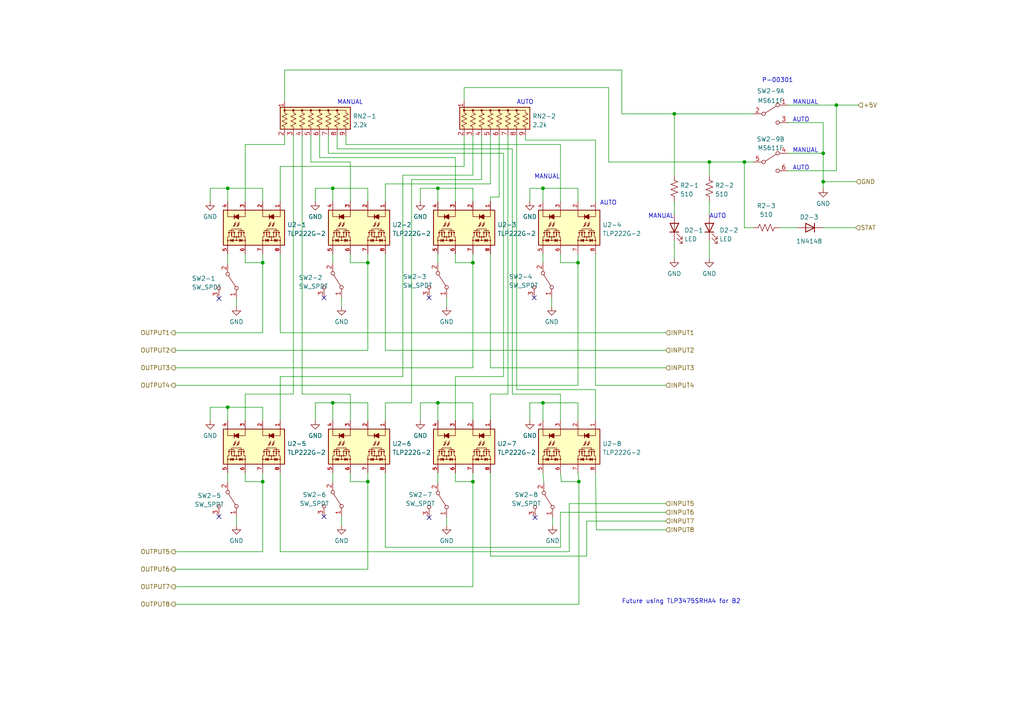
<source format=kicad_sch>
(kicad_sch (version 20230121) (generator eeschema)
  (paper "A4")
  (title_block (title "Relay Control AUTO/MANUAL") (date "2024-02-16") (rev "1.01") (company "LLC. YS-Lab"))
  (lib_symbols
    (symbol "Akizuki:TLP222G-2"
      (property "Reference" "U" (at 0 0 0))
      (property "Value" "TLP222G-2" (at 0 -2.54 0))
      (symbol "TLP222G-2_0_1"
        (rectangle (start -5.08 -5.08) (end 5.08 -22.86) (stroke (width 0.254)) (fill (type background)))
        (polyline (pts (xy -3.81 -19.685) (xy -2.54 -19.685)) (stroke (width 0.254)))
        (polyline (pts (xy -3.81 -9.525) (xy -2.54 -9.525)) (stroke (width 0.254)))
        (polyline (pts (xy 0.889 -19.685) (xy 0.889 -21.209)) (stroke (width 0.2032)))
        (polyline (pts (xy 0.889 -16.891) (xy 0.889 -18.415)) (stroke (width 0.2032)))
        (polyline (pts (xy 0.889 -9.525) (xy 0.889 -11.049)) (stroke (width 0.2032)))
        (polyline (pts (xy 0.889 -6.731) (xy 0.889 -8.255)) (stroke (width 0.2032)))
        (polyline (pts (xy 1.397 -19.558) (xy 1.397 -19.812)) (stroke (width 0.3556)))
        (polyline (pts (xy 1.397 -9.398) (xy 1.397 -9.652)) (stroke (width 0.3556)))
        (polyline (pts (xy 2.667 -19.05) (xy 3.683 -19.05)))
        (polyline (pts (xy 2.667 -8.89) (xy 3.683 -8.89)))
        (polyline (pts (xy 3.302 -20.701) (xy 4.064 -20.701)) (stroke (width 0.2032)))
        (polyline (pts (xy 3.302 -17.399) (xy 4.064 -17.399)) (stroke (width 0.2032)))
        (polyline (pts (xy 3.302 -10.541) (xy 4.064 -10.541)) (stroke (width 0.2032)))
        (polyline (pts (xy 3.302 -7.239) (xy 4.064 -7.239)) (stroke (width 0.2032)))
        (polyline (pts (xy 3.683 -19.05) (xy 3.683 -21.59)))
        (polyline (pts (xy 3.683 -19.05) (xy 3.683 -16.51)))
        (polyline (pts (xy 3.683 -8.89) (xy 3.683 -11.43)))
        (polyline (pts (xy 3.683 -8.89) (xy 3.683 -6.35)))
        (polyline (pts (xy -5.08 -16.51) (xy -3.175 -16.51) (xy -3.175 -18.415)))
        (polyline (pts (xy -5.08 -6.35) (xy -3.175 -6.35) (xy -3.175 -8.255)))
        (polyline (pts (xy -3.175 -19.685) (xy -3.175 -21.59) (xy -5.08 -21.59)))
        (polyline (pts (xy -3.175 -9.525) (xy -3.175 -11.43) (xy -5.08 -11.43)))
        (polyline (pts (xy 1.397 -21.082) (xy 1.397 -21.336) (xy 1.397 -21.336)) (stroke (width 0.3556)))
        (polyline (pts (xy 1.397 -20.32) (xy 1.397 -20.574) (xy 1.397 -20.574)) (stroke (width 0.3556)))
        (polyline (pts (xy 1.397 -18.288) (xy 1.397 -18.542) (xy 1.397 -18.542)) (stroke (width 0.3556)))
        (polyline (pts (xy 1.397 -17.526) (xy 1.397 -17.78) (xy 1.397 -17.78)) (stroke (width 0.3556)))
        (polyline (pts (xy 1.397 -16.764) (xy 1.397 -17.018) (xy 1.397 -17.018)) (stroke (width 0.3556)))
        (polyline (pts (xy 1.397 -10.922) (xy 1.397 -11.176) (xy 1.397 -11.176)) (stroke (width 0.3556)))
        (polyline (pts (xy 1.397 -10.16) (xy 1.397 -10.414) (xy 1.397 -10.414)) (stroke (width 0.3556)))
        (polyline (pts (xy 1.397 -8.128) (xy 1.397 -8.382) (xy 1.397 -8.382)) (stroke (width 0.3556)))
        (polyline (pts (xy 1.397 -7.366) (xy 1.397 -7.62) (xy 1.397 -7.62)) (stroke (width 0.3556)))
        (polyline (pts (xy 1.397 -6.604) (xy 1.397 -6.858) (xy 1.397 -6.858)) (stroke (width 0.3556)))
        (polyline (pts (xy 1.524 -20.447) (xy 2.667 -20.447) (xy 2.667 -19.685)))
        (polyline (pts (xy 1.524 -17.653) (xy 2.667 -17.653) (xy 2.667 -18.415)))
        (polyline (pts (xy 1.524 -10.287) (xy 2.667 -10.287) (xy 2.667 -9.525)))
        (polyline (pts (xy 1.524 -7.493) (xy 2.667 -7.493) (xy 2.667 -8.255)))
        (polyline (pts (xy -3.175 -19.685) (xy -3.81 -18.415) (xy -2.54 -18.415) (xy -3.175 -19.685)) (stroke (width 0.254)) (fill (type outline)))
        (polyline (pts (xy -3.175 -9.525) (xy -3.81 -8.255) (xy -2.54 -8.255) (xy -3.175 -9.525)) (stroke (width 0.254)) (fill (type outline)))
        (polyline (pts (xy -1.651 -19.177) (xy -1.1176 -19.685) (xy -1.1176 -19.177) (xy -0.3556 -19.939)))
        (polyline (pts (xy -1.651 -9.017) (xy -1.1176 -9.525) (xy -1.1176 -9.017) (xy -0.3556 -9.779)))
        (polyline (pts (xy -0.3556 -19.939) (xy -0.8636 -19.685) (xy -0.6096 -19.431) (xy -0.3556 -19.939)))
        (polyline (pts (xy -0.3556 -9.779) (xy -0.8636 -9.525) (xy -0.6096 -9.271) (xy -0.3556 -9.779)))
        (polyline (pts (xy 0.889 -20.447) (xy 0.381 -20.447) (xy 0.381 -17.653) (xy 0.889 -17.653)))
        (polyline (pts (xy 0.889 -10.287) (xy 0.381 -10.287) (xy 0.381 -7.493) (xy 0.889 -7.493)))
        (polyline (pts (xy 1.524 -21.209) (xy 2.667 -21.209) (xy 2.667 -21.59) (xy 4.953 -21.59)))
        (polyline (pts (xy 1.524 -19.685) (xy 2.667 -19.685) (xy 2.667 -18.415) (xy 1.524 -18.415)))
        (polyline (pts (xy 1.524 -16.891) (xy 2.667 -16.891) (xy 2.667 -16.51) (xy 4.953 -16.51)))
        (polyline (pts (xy 1.524 -11.049) (xy 2.667 -11.049) (xy 2.667 -11.43) (xy 4.953 -11.43)))
        (polyline (pts (xy 1.524 -9.525) (xy 2.667 -9.525) (xy 2.667 -8.255) (xy 1.524 -8.255)))
        (polyline (pts (xy 1.524 -6.731) (xy 2.667 -6.731) (xy 2.667 -6.35) (xy 4.953 -6.35)))
        (polyline (pts (xy 1.651 -20.447) (xy 2.159 -20.32) (xy 2.159 -20.574) (xy 1.651 -20.447)))
        (polyline (pts (xy 1.651 -17.653) (xy 2.159 -17.526) (xy 2.159 -17.78) (xy 1.651 -17.653)))
        (polyline (pts (xy 1.651 -10.287) (xy 2.159 -10.16) (xy 2.159 -10.414) (xy 1.651 -10.287)))
        (polyline (pts (xy 1.651 -7.493) (xy 2.159 -7.366) (xy 2.159 -7.62) (xy 1.651 -7.493)))
        (polyline (pts (xy 3.683 -20.701) (xy 3.302 -19.939) (xy 4.064 -19.939) (xy 3.683 -20.701)) (fill (type outline)))
        (polyline (pts (xy 3.683 -17.399) (xy 3.302 -18.161) (xy 4.064 -18.161) (xy 3.683 -17.399)) (fill (type outline)))
        (polyline (pts (xy 3.683 -10.541) (xy 3.302 -9.779) (xy 4.064 -9.779) (xy 3.683 -10.541)) (fill (type outline)))
        (polyline (pts (xy 3.683 -7.239) (xy 3.302 -8.001) (xy 4.064 -8.001) (xy 3.683 -7.239)) (fill (type outline)))
        (polyline (pts (xy -1.651 -18.161) (xy -1.1176 -18.669) (xy -1.1176 -18.161) (xy -0.3556 -18.923) (xy -0.8636 -18.669) (xy -0.6096 -18.415) (xy -0.3556 -18.923)))
        (polyline (pts (xy -1.651 -8.001) (xy -1.1176 -8.509) (xy -1.1176 -8.001) (xy -0.3556 -8.763) (xy -0.8636 -8.509) (xy -0.6096 -8.255) (xy -0.3556 -8.763)))
        (circle (center 2.667 -19.685) (radius 0.127))
        (circle (center 2.667 -19.05) (radius 0.127))
        (circle (center 2.667 -18.415) (radius 0.127))
        (circle (center 2.667 -9.525) (radius 0.127))
        (circle (center 2.667 -8.89) (radius 0.127))
        (circle (center 2.667 -8.255) (radius 0.127))
        (circle (center 3.683 -21.59) (radius 0.127))
        (circle (center 3.683 -19.05) (radius 0.127))
        (circle (center 3.683 -16.51) (radius 0.127))
        (circle (center 3.683 -11.43) (radius 0.127))
        (circle (center 3.683 -8.89) (radius 0.127))
        (circle (center 3.683 -6.35) (radius 0.127))
      )
      (symbol "TLP222G-2_1_1"
        (pin passive line (at -7.62 -6.35 0) (length 2.54) (name "~") (number "1"))
        (pin passive line (at -7.62 -11.43 0) (length 2.54) (name "~") (number "2"))
        (pin passive line (at -7.62 -16.51 0) (length 2.54) (name "~") (number "3"))
        (pin passive line (at -7.62 -21.59 0) (length 2.54) (name "~") (number "4"))
        (pin passive line (at 7.62 -21.59 180) (length 2.54) (name "~") (number "5"))
        (pin passive line (at 7.62 -16.51 180) (length 2.54) (name "~") (number "6"))
        (pin passive line (at 7.62 -11.43 180) (length 2.54) (name "~") (number "7"))
        (pin passive line (at 7.62 -6.35 180) (length 2.54) (name "~") (number "8"))
      )
    )
    (symbol "Device:LED" (pin_numbers hide) (pin_names (offset 1.016) hide)
      (property "Reference" "D" (at 0 2.54 0))
      (property "Value" "LED" (at 0 -2.54 0))
      (symbol "LED_0_1"
        (polyline (pts (xy -1.27 -1.27) (xy -1.27 1.27)) (stroke (width 0.254)))
        (polyline (pts (xy -1.27 0) (xy 1.27 0)))
        (polyline (pts (xy 1.27 -1.27) (xy 1.27 1.27) (xy -1.27 0) (xy 1.27 -1.27)) (stroke (width 0.254)))
        (polyline (pts (xy -3.048 -0.762) (xy -4.572 -2.286) (xy -3.81 -2.286) (xy -4.572 -2.286) (xy -4.572 -1.524)))
        (polyline (pts (xy -1.778 -0.762) (xy -3.302 -2.286) (xy -2.54 -2.286) (xy -3.302 -2.286) (xy -3.302 -1.524)))
      )
      (symbol "LED_1_1"
        (pin passive line (at -3.81 0 0) (length 2.54) (name "K") (number "1"))
        (pin passive line (at 3.81 0 180) (length 2.54) (name "A") (number "2"))
      )
    )
    (symbol "Device:R_Network08_US" (pin_names (offset 0) hide)
      (property "Reference" "RN" (at -12.7 0 90))
      (property "Value" "R_Network08_US" (at 10.16 0 90))
      (symbol "R_Network08_US_0_1"
        (rectangle (start -11.43 -3.175) (end 8.89 3.175) (stroke (width 0.254)) (fill (type background)))
        (circle (center -10.16 2.286) (radius 0.254) (fill (type outline)))
        (circle (center -7.62 2.286) (radius 0.254) (fill (type outline)))
        (circle (center -5.08 2.286) (radius 0.254) (fill (type outline)))
        (circle (center -2.54 2.286) (radius 0.254) (fill (type outline)))
        (polyline (pts (xy -10.16 2.286) (xy 7.62 2.286)))
        (polyline (pts (xy -10.16 2.286) (xy -10.16 1.524) (xy -9.398 1.1684) (xy -10.922 0.508) (xy -9.398 -0.1524) (xy -10.922 -0.8382) (xy -9.398 -1.524) (xy -10.922 -2.1844) (xy -10.16 -2.54) (xy -10.16 -3.81)))
        (polyline (pts (xy -7.62 2.286) (xy -7.62 1.524) (xy -6.858 1.1684) (xy -8.382 0.508) (xy -6.858 -0.1524) (xy -8.382 -0.8382) (xy -6.858 -1.524) (xy -8.382 -2.1844) (xy -7.62 -2.54) (xy -7.62 -3.81)))
        (polyline (pts (xy -5.08 2.286) (xy -5.08 1.524) (xy -4.318 1.1684) (xy -5.842 0.508) (xy -4.318 -0.1524) (xy -5.842 -0.8382) (xy -4.318 -1.524) (xy -5.842 -2.1844) (xy -5.08 -2.54) (xy -5.08 -3.81)))
        (polyline (pts (xy -2.54 2.286) (xy -2.54 1.524) (xy -1.778 1.1684) (xy -3.302 0.508) (xy -1.778 -0.1524) (xy -3.302 -0.8382) (xy -1.778 -1.524) (xy -3.302 -2.1844) (xy -2.54 -2.54) (xy -2.54 -3.81)))
        (polyline (pts (xy 0 2.286) (xy 0 1.524) (xy 0.762 1.1684) (xy -0.762 0.508) (xy 0.762 -0.1524) (xy -0.762 -0.8382) (xy 0.762 -1.524) (xy -0.762 -2.1844) (xy 0 -2.54) (xy 0 -3.81)))
        (polyline (pts (xy 2.54 2.286) (xy 2.54 1.524) (xy 3.302 1.1684) (xy 1.778 0.508) (xy 3.302 -0.1524) (xy 1.778 -0.8382) (xy 3.302 -1.524) (xy 1.778 -2.1844) (xy 2.54 -2.54) (xy 2.54 -3.81)))
        (polyline (pts (xy 5.08 2.286) (xy 5.08 1.524) (xy 5.842 1.1684) (xy 4.318 0.508) (xy 5.842 -0.1524) (xy 4.318 -0.8382) (xy 5.842 -1.524) (xy 4.318 -2.1844) (xy 5.08 -2.54) (xy 5.08 -3.81)))
        (polyline (pts (xy 7.62 2.286) (xy 7.62 1.524) (xy 8.382 1.1684) (xy 6.858 0.508) (xy 8.382 -0.1524) (xy 6.858 -0.8382) (xy 8.382 -1.524) (xy 6.858 -2.1844) (xy 7.62 -2.54) (xy 7.62 -3.81)))
        (circle (center 0 2.286) (radius 0.254) (fill (type outline)))
        (circle (center 2.54 2.286) (radius 0.254) (fill (type outline)))
        (circle (center 5.08 2.286) (radius 0.254) (fill (type outline)))
      )
      (symbol "R_Network08_US_1_1"
        (pin passive line (at -10.16 5.08 270) (length 2.54) (name "common") (number "1"))
        (pin passive line (at -10.16 -5.08 90) (length 1.27) (name "R1") (number "2"))
        (pin passive line (at -7.62 -5.08 90) (length 1.27) (name "R2") (number "3"))
        (pin passive line (at -5.08 -5.08 90) (length 1.27) (name "R3") (number "4"))
        (pin passive line (at -2.54 -5.08 90) (length 1.27) (name "R4") (number "5"))
        (pin passive line (at 0 -5.08 90) (length 1.27) (name "R5") (number "6"))
        (pin passive line (at 2.54 -5.08 90) (length 1.27) (name "R6") (number "7"))
        (pin passive line (at 5.08 -5.08 90) (length 1.27) (name "R7") (number "8"))
        (pin passive line (at 7.62 -5.08 90) (length 1.27) (name "R8") (number "9"))
      )
    )
    (symbol "Device:R_US" (pin_numbers hide) (pin_names (offset 0))
      (property "Reference" "R" (at 2.54 0 90))
      (property "Value" "R_US" (at -2.54 0 90))
      (symbol "R_US_0_1"
        (polyline (pts (xy 0 -2.286) (xy 0 -2.54)))
        (polyline (pts (xy 0 2.286) (xy 0 2.54)))
        (polyline (pts (xy 0 -0.762) (xy 1.016 -1.143) (xy 0 -1.524) (xy -1.016 -1.905) (xy 0 -2.286)))
        (polyline (pts (xy 0 0.762) (xy 1.016 0.381) (xy 0 0) (xy -1.016 -0.381) (xy 0 -0.762)))
        (polyline (pts (xy 0 2.286) (xy 1.016 1.905) (xy 0 1.524) (xy -1.016 1.143) (xy 0 0.762)))
      )
      (symbol "R_US_1_1"
        (pin passive line (at 0 3.81 270) (length 1.27) (name "~") (number "1"))
        (pin passive line (at 0 -3.81 90) (length 1.27) (name "~") (number "2"))
      )
    )
    (symbol "Diode:1N4148" (pin_numbers hide) (pin_names (offset 1.016) hide)
      (property "Reference" "D" (at 0 2.54 0))
      (property "Value" "1N4148" (at 0 -2.54 0))
      (symbol "1N4148_0_1"
        (polyline (pts (xy -1.27 1.27) (xy -1.27 -1.27)) (stroke (width 0.254)))
        (polyline (pts (xy 1.27 0) (xy -1.27 0)))
        (polyline (pts (xy 1.27 1.27) (xy 1.27 -1.27) (xy -1.27 0) (xy 1.27 1.27)) (stroke (width 0.254)))
      )
      (symbol "1N4148_1_1"
        (pin passive line (at -3.81 0 0) (length 2.54) (name "K") (number "1"))
        (pin passive line (at 3.81 0 180) (length 2.54) (name "A") (number "2"))
      )
    )
    (symbol "LED_1" (pin_numbers hide) (pin_names (offset 1.016) hide)
      (property "Reference" "D" (at 0 2.54 0))
      (property "Value" "LED_1" (at 0 -2.54 0))
      (symbol "LED_1_0_1"
        (polyline (pts (xy -1.27 -1.27) (xy -1.27 1.27)) (stroke (width 0.254)))
        (polyline (pts (xy -1.27 0) (xy 1.27 0)))
        (polyline (pts (xy 1.27 -1.27) (xy 1.27 1.27) (xy -1.27 0) (xy 1.27 -1.27)) (stroke (width 0.254)))
        (polyline (pts (xy -3.048 -0.762) (xy -4.572 -2.286) (xy -3.81 -2.286) (xy -4.572 -2.286) (xy -4.572 -1.524)))
        (polyline (pts (xy -1.778 -0.762) (xy -3.302 -2.286) (xy -2.54 -2.286) (xy -3.302 -2.286) (xy -3.302 -1.524)))
      )
      (symbol "LED_1_1_1"
        (pin passive line (at -3.81 0 0) (length 2.54) (name "K") (number "1"))
        (pin passive line (at 3.81 0 180) (length 2.54) (name "A") (number "2"))
      )
    )
    (symbol "Switch:SW_DPDT_x2" (pin_names (offset 0) hide)
      (property "Reference" "SW" (at 0 4.318 0))
      (property "Value" "SW_DPDT_x2" (at 0 -5.08 0))
      (symbol "SW_DPDT_x2_0_0"
        (circle (center -2.032 0) (radius 0.508))
        (circle (center 2.032 -2.54) (radius 0.508))
      )
      (symbol "SW_DPDT_x2_0_1"
        (polyline (pts (xy -1.524 0.254) (xy 1.651 2.286)))
        (circle (center 2.032 2.54) (radius 0.508))
      )
      (symbol "SW_DPDT_x2_1_1"
        (pin passive line (at 5.08 2.54 180) (length 2.54) (name "A") (number "1"))
        (pin passive line (at -5.08 0 0) (length 2.54) (name "B") (number "2"))
        (pin passive line (at 5.08 -2.54 180) (length 2.54) (name "C") (number "3"))
      )
      (symbol "SW_DPDT_x2_2_1"
        (pin passive line (at 5.08 2.54 180) (length 2.54) (name "A") (number "4"))
        (pin passive line (at -5.08 0 0) (length 2.54) (name "B") (number "5"))
        (pin passive line (at 5.08 -2.54 180) (length 2.54) (name "C") (number "6"))
      )
    )
    (symbol "Switch:SW_SPDT" (pin_names (offset 0) hide)
      (property "Reference" "SW" (at 0 4.318 0))
      (property "Value" "SW_SPDT" (at 0 -5.08 0))
      (symbol "SW_SPDT_0_0"
        (circle (center -2.032 0) (radius 0.508))
        (circle (center 2.032 -2.54) (radius 0.508))
      )
      (symbol "SW_SPDT_0_1"
        (polyline (pts (xy -1.524 0.254) (xy 1.651 2.286)))
        (circle (center 2.032 2.54) (radius 0.508))
      )
      (symbol "SW_SPDT_1_1"
        (pin passive line (at 5.08 2.54 180) (length 2.54) (name "A") (number "1"))
        (pin passive line (at -5.08 0 0) (length 2.54) (name "B") (number "2"))
        (pin passive line (at 5.08 -2.54 180) (length 2.54) (name "C") (number "3"))
      )
    )
    (symbol "power:GND" (power) (pin_names (offset 0))
      (property "Value" "GND" (at 0 -3.81 0))
      (symbol "GND_0_1"
        (polyline (pts (xy 0 0) (xy 0 -1.27) (xy 1.27 -1.27) (xy 0 -2.54) (xy -1.27 -1.27) (xy 0 -1.27)))
      )
      (symbol "GND_1_1"
        (pin power_in line (at 0 0 270) (length 0) hide (name "GND") (number "1"))
      )
    )
  )
  (junction (at 195.58 33.02))
  (junction (at 96.52 54.61))
  (junction (at 167.894 139.7))
  (junction (at 157.48 54.61))
  (junction (at 238.76 52.705))
  (junction (at 66.04 54.61))
  (junction (at 76.2 139.7))
  (junction (at 157.48 116.84))
  (junction (at 137.16 76.2))
  (junction (at 106.68 76.2))
  (junction (at 205.74 46.99))
  (junction (at 167.64 76.2))
  (junction (at 66.04 118.11))
  (junction (at 238.76 44.45))
  (junction (at 137.16 139.7))
  (junction (at 76.2 76.2))
  (junction (at 127 54.61))
  (junction (at 106.68 139.7))
  (junction (at 242.57 30.48))
  (junction (at 127 116.84))
  (junction (at 215.9 46.99))
  (junction (at 96.52 116.84))
  (no_connect (at 63.5 86.614))
  (no_connect (at 124.46 150.114))
  (no_connect (at 155.194 150.114))
  (no_connect (at 93.98 149.86))
  (no_connect (at 93.98 86.36))
  (no_connect (at 154.94 86.36))
  (no_connect (at 124.46 86.36))
  (no_connect (at 63.5 149.86))
  (wire (pts (xy 121.92 58.42) (xy 121.92 54.61)))
  (wire (pts (xy 121.92 54.61) (xy 127 54.61)))
  (wire (pts (xy 170.18 161.29) (xy 142.24 161.29)))
  (wire (pts (xy 50.8 106.68) (xy 137.16 106.68)))
  (wire (pts (xy 68.58 86.614) (xy 68.58 88.9)))
  (wire (pts (xy 81.28 109.22) (xy 81.28 121.92)))
  (wire (pts (xy 167.64 73.66) (xy 167.64 76.2)))
  (wire (pts (xy 172.72 111.76) (xy 193.04 111.76)))
  (wire (pts (xy 137.16 54.61) (xy 137.16 58.42)))
  (wire (pts (xy 127 116.84) (xy 137.16 116.84)))
  (wire (pts (xy 50.8 165.1) (xy 106.68 165.1)))
  (wire (pts (xy 92.71 39.37) (xy 92.71 45.72)))
  (wire (pts (xy 76.2 96.52) (xy 76.2 76.2)))
  (wire (pts (xy 162.814 139.7) (xy 167.894 139.7)))
  (wire (pts (xy 50.8 101.6) (xy 106.68 101.6)))
  (wire (pts (xy 162.56 158.75) (xy 111.76 158.75)))
  (wire (pts (xy 134.62 39.37) (xy 134.62 48.26)))
  (wire (pts (xy 50.8 111.76) (xy 167.64 111.76)))
  (wire (pts (xy 85.09 114.3) (xy 71.12 114.3)))
  (wire (pts (xy 66.04 137.16) (xy 66.04 139.7)))
  (wire (pts (xy 153.67 116.84) (xy 157.48 116.84)))
  (wire (pts (xy 153.67 54.61) (xy 157.48 54.61)))
  (wire (pts (xy 165.1 160.02) (xy 81.28 160.02)))
  (wire (pts (xy 97.79 39.37) (xy 97.79 43.18)))
  (wire (pts (xy 90.17 39.37) (xy 90.17 46.99)))
  (wire (pts (xy 238.76 66.04) (xy 248.158 66.04)))
  (wire (pts (xy 146.05 109.22) (xy 132.08 109.22)))
  (wire (pts (xy 162.56 76.2) (xy 167.64 76.2)))
  (wire (pts (xy 238.76 35.56) (xy 238.76 44.45)))
  (wire (pts (xy 101.6 114.3) (xy 101.6 121.92)))
  (wire (pts (xy 91.44 121.92) (xy 91.44 116.84)))
  (wire (pts (xy 91.44 116.84) (xy 96.52 116.84)))
  (wire (pts (xy 71.12 41.91) (xy 71.12 58.42)))
  (wire (pts (xy 100.33 41.91) (xy 162.56 41.91)))
  (wire (pts (xy 162.56 41.91) (xy 162.56 58.42)))
  (wire (pts (xy 218.44 33.02) (xy 195.58 33.02)))
  (wire (pts (xy 180.34 33.02) (xy 180.34 20.32)))
  (wire (pts (xy 76.2 139.7) (xy 76.2 137.16)))
  (wire (pts (xy 119.38 116.84) (xy 111.76 116.84)))
  (wire (pts (xy 101.6 73.66) (xy 101.6 76.2)))
  (wire (pts (xy 132.08 139.7) (xy 137.16 139.7)))
  (wire (pts (xy 50.8 96.52) (xy 76.2 96.52)))
  (wire (pts (xy 60.96 118.11) (xy 66.04 118.11)))
  (wire (pts (xy 60.96 58.42) (xy 60.96 54.61)))
  (wire (pts (xy 176.53 46.99) (xy 176.53 25.4)))
  (wire (pts (xy 132.08 45.72) (xy 132.08 58.42)))
  (wire (pts (xy 193.04 148.59) (xy 162.56 148.59)))
  (wire (pts (xy 139.7 39.37) (xy 139.7 52.07)))
  (wire (pts (xy 99.06 86.36) (xy 99.06 88.9)))
  (wire (pts (xy 71.12 139.7) (xy 76.2 139.7)))
  (wire (pts (xy 238.76 52.705) (xy 248.285 52.705)))
  (wire (pts (xy 82.55 39.37) (xy 82.55 41.91)))
  (wire (pts (xy 205.74 46.99) (xy 176.53 46.99)))
  (wire (pts (xy 242.57 30.48) (xy 248.92 30.48)))
  (wire (pts (xy 66.04 118.11) (xy 66.04 121.92)))
  (wire (pts (xy 127 116.84) (xy 127 121.92)))
  (wire (pts (xy 68.58 149.86) (xy 68.58 152.4)))
  (wire (pts (xy 218.44 66.04) (xy 215.9 66.04)))
  (wire (pts (xy 66.04 118.11) (xy 76.2 118.11)))
  (wire (pts (xy 170.18 151.13) (xy 170.18 161.29)))
  (wire (pts (xy 132.08 109.22) (xy 132.08 121.92)))
  (wire (pts (xy 167.894 175.26) (xy 167.894 139.7)))
  (wire (pts (xy 162.56 114.3) (xy 162.56 121.92)))
  (wire (pts (xy 116.84 50.8) (xy 116.84 109.22)))
  (wire (pts (xy 215.9 46.99) (xy 205.74 46.99)))
  (wire (pts (xy 95.25 44.45) (xy 146.05 44.45)))
  (wire (pts (xy 162.56 73.66) (xy 162.56 76.2)))
  (wire (pts (xy 152.4 40.64) (xy 172.72 40.64)))
  (wire (pts (xy 165.1 146.05) (xy 165.1 160.02)))
  (wire (pts (xy 71.12 73.66) (xy 71.12 76.2)))
  (wire (pts (xy 71.12 114.3) (xy 71.12 121.92)))
  (wire (pts (xy 139.7 52.07) (xy 119.38 52.07)))
  (wire (pts (xy 132.08 76.2) (xy 137.16 76.2)))
  (wire (pts (xy 176.53 25.4) (xy 134.62 25.4)))
  (wire (pts (xy 76.2 73.66) (xy 76.2 76.2)))
  (wire (pts (xy 242.57 49.53) (xy 242.57 30.48)))
  (wire (pts (xy 87.63 114.3) (xy 101.6 114.3)))
  (wire (pts (xy 96.52 54.61) (xy 106.68 54.61)))
  (wire (pts (xy 162.56 137.16) (xy 162.814 139.7)))
  (wire (pts (xy 205.74 46.99) (xy 205.74 50.8)))
  (wire (pts (xy 137.16 116.84) (xy 137.16 121.92)))
  (wire (pts (xy 144.78 57.15) (xy 142.24 57.15)))
  (wire (pts (xy 66.04 73.66) (xy 66.04 76.454)))
  (wire (pts (xy 238.76 52.705) (xy 238.76 54.61)))
  (wire (pts (xy 95.25 39.37) (xy 95.25 44.45)))
  (wire (pts (xy 142.24 53.34) (xy 111.76 53.34)))
  (wire (pts (xy 111.76 116.84) (xy 111.76 121.92)))
  (wire (pts (xy 121.92 121.92) (xy 121.92 116.84)))
  (wire (pts (xy 180.34 20.32) (xy 82.55 20.32)))
  (wire (pts (xy 129.54 86.36) (xy 129.54 88.9)))
  (wire (pts (xy 137.16 39.37) (xy 137.16 50.8)))
  (wire (pts (xy 71.12 137.16) (xy 71.12 139.7)))
  (wire (pts (xy 106.68 101.6) (xy 106.68 76.2)))
  (wire (pts (xy 96.52 116.84) (xy 106.68 116.84)))
  (wire (pts (xy 127 73.66) (xy 127 76.2)))
  (wire (pts (xy 147.32 114.3) (xy 142.24 114.3)))
  (wire (pts (xy 66.04 54.61) (xy 66.04 58.42)))
  (wire (pts (xy 81.28 73.66) (xy 81.28 96.52)))
  (wire (pts (xy 148.59 114.3) (xy 162.56 114.3)))
  (wire (pts (xy 50.8 170.18) (xy 137.16 170.18)))
  (wire (pts (xy 157.48 54.61) (xy 157.48 58.42)))
  (wire (pts (xy 90.17 46.99) (xy 101.6 46.99)))
  (wire (pts (xy 157.48 116.84) (xy 167.64 116.84)))
  (wire (pts (xy 127 54.61) (xy 127 58.42)))
  (wire (pts (xy 121.92 116.84) (xy 127 116.84)))
  (wire (pts (xy 106.68 116.84) (xy 106.68 121.92)))
  (wire (pts (xy 238.76 44.45) (xy 238.76 52.705)))
  (wire (pts (xy 81.28 160.02) (xy 81.28 137.16)))
  (wire (pts (xy 96.52 137.16) (xy 96.52 139.7)))
  (wire (pts (xy 91.44 54.61) (xy 96.52 54.61)))
  (wire (pts (xy 106.68 76.2) (xy 106.68 73.66)))
  (wire (pts (xy 228.6 44.45) (xy 238.76 44.45)))
  (wire (pts (xy 172.72 40.64) (xy 172.72 58.42)))
  (wire (pts (xy 193.04 151.13) (xy 170.18 151.13)))
  (wire (pts (xy 127 137.16) (xy 127 139.954)))
  (wire (pts (xy 157.48 54.61) (xy 167.64 54.61)))
  (wire (pts (xy 50.8 175.26) (xy 167.894 175.26)))
  (wire (pts (xy 87.63 39.37) (xy 87.63 114.3)))
  (wire (pts (xy 134.62 48.26) (xy 81.28 48.26)))
  (wire (pts (xy 96.52 116.84) (xy 96.52 121.92)))
  (wire (pts (xy 148.59 43.18) (xy 148.59 114.3)))
  (wire (pts (xy 111.76 73.66) (xy 111.76 101.6)))
  (wire (pts (xy 85.09 39.37) (xy 85.09 114.3)))
  (wire (pts (xy 172.72 73.66) (xy 172.72 111.76)))
  (wire (pts (xy 215.9 66.04) (xy 215.9 46.99)))
  (wire (pts (xy 144.78 39.37) (xy 144.78 57.15)))
  (wire (pts (xy 142.24 161.29) (xy 142.24 137.16)))
  (wire (pts (xy 81.28 48.26) (xy 81.28 58.42)))
  (wire (pts (xy 106.68 54.61) (xy 106.68 58.42)))
  (wire (pts (xy 100.33 39.37) (xy 100.33 41.91)))
  (wire (pts (xy 66.04 54.61) (xy 76.2 54.61)))
  (wire (pts (xy 96.52 54.61) (xy 96.52 58.42)))
  (wire (pts (xy 99.06 149.86) (xy 99.06 152.4)))
  (wire (pts (xy 76.2 118.11) (xy 76.2 121.92)))
  (wire (pts (xy 137.16 106.68) (xy 137.16 76.2)))
  (wire (pts (xy 193.04 146.05) (xy 165.1 146.05)))
  (wire (pts (xy 153.67 58.42) (xy 153.67 54.61)))
  (wire (pts (xy 142.24 114.3) (xy 142.24 121.92)))
  (wire (pts (xy 172.974 153.67) (xy 193.04 153.67)))
  (wire (pts (xy 101.6 76.2) (xy 106.68 76.2)))
  (wire (pts (xy 226.06 66.04) (xy 231.14 66.04)))
  (wire (pts (xy 167.894 139.7) (xy 167.64 137.16)))
  (wire (pts (xy 228.6 30.48) (xy 242.57 30.48)))
  (wire (pts (xy 91.44 58.42) (xy 91.44 54.61)))
  (wire (pts (xy 142.24 57.15) (xy 142.24 58.42)))
  (wire (pts (xy 157.48 137.16) (xy 157.734 139.954)))
  (wire (pts (xy 137.16 50.8) (xy 116.84 50.8)))
  (wire (pts (xy 137.16 137.16) (xy 137.16 139.7)))
  (wire (pts (xy 119.38 52.07) (xy 119.38 116.84)))
  (wire (pts (xy 92.71 45.72) (xy 132.08 45.72)))
  (wire (pts (xy 228.6 35.56) (xy 238.76 35.56)))
  (wire (pts (xy 76.2 160.02) (xy 76.2 139.7)))
  (wire (pts (xy 205.74 69.85) (xy 205.74 74.93)))
  (wire (pts (xy 97.79 43.18) (xy 148.59 43.18)))
  (wire (pts (xy 146.05 44.45) (xy 146.05 109.22)))
  (wire (pts (xy 101.6 139.7) (xy 106.68 139.7)))
  (wire (pts (xy 81.28 96.52) (xy 193.04 96.52)))
  (wire (pts (xy 111.76 158.75) (xy 111.76 137.16)))
  (wire (pts (xy 149.86 113.03) (xy 172.72 113.03)))
  (wire (pts (xy 101.6 46.99) (xy 101.6 58.42)))
  (wire (pts (xy 228.6 49.53) (xy 242.57 49.53)))
  (wire (pts (xy 195.58 69.85) (xy 195.58 74.93)))
  (wire (pts (xy 167.64 116.84) (xy 167.64 121.92)))
  (wire (pts (xy 142.24 73.66) (xy 142.24 106.68)))
  (wire (pts (xy 195.58 58.42) (xy 195.58 62.23)))
  (wire (pts (xy 205.74 58.42) (xy 205.74 62.23)))
  (wire (pts (xy 157.48 73.66) (xy 157.48 76.2)))
  (wire (pts (xy 111.76 101.6) (xy 193.04 101.6)))
  (wire (pts (xy 172.72 113.03) (xy 172.72 121.92)))
  (wire (pts (xy 60.96 54.61) (xy 66.04 54.61)))
  (wire (pts (xy 167.64 54.61) (xy 167.64 58.42)))
  (wire (pts (xy 137.16 170.18) (xy 137.16 139.7)))
  (wire (pts (xy 142.24 106.68) (xy 193.04 106.68)))
  (wire (pts (xy 160.02 86.36) (xy 160.02 88.9)))
  (wire (pts (xy 71.12 76.2) (xy 76.2 76.2)))
  (wire (pts (xy 172.72 137.16) (xy 172.974 153.67)))
  (wire (pts (xy 152.4 39.37) (xy 152.4 40.64)))
  (wire (pts (xy 153.67 121.92) (xy 153.67 116.84)))
  (wire (pts (xy 129.54 150.114) (xy 129.54 152.4)))
  (wire (pts (xy 142.24 39.37) (xy 142.24 53.34)))
  (wire (pts (xy 76.2 54.61) (xy 76.2 58.42)))
  (wire (pts (xy 162.56 148.59) (xy 162.56 158.75)))
  (wire (pts (xy 106.68 139.7) (xy 106.68 137.16)))
  (wire (pts (xy 132.08 73.66) (xy 132.08 76.2)))
  (wire (pts (xy 195.58 33.02) (xy 195.58 50.8)))
  (wire (pts (xy 96.52 73.66) (xy 96.52 76.2)))
  (wire (pts (xy 134.62 25.4) (xy 134.62 29.21)))
  (wire (pts (xy 111.76 53.34) (xy 111.76 58.42)))
  (wire (pts (xy 147.32 39.37) (xy 147.32 114.3)))
  (wire (pts (xy 157.48 116.84) (xy 157.48 121.92)))
  (wire (pts (xy 50.8 160.02) (xy 76.2 160.02)))
  (wire (pts (xy 82.55 20.32) (xy 82.55 29.21)))
  (wire (pts (xy 137.16 76.2) (xy 137.16 73.66)))
  (wire (pts (xy 106.68 165.1) (xy 106.68 139.7)))
  (wire (pts (xy 167.64 76.2) (xy 167.64 111.76)))
  (wire (pts (xy 60.96 121.92) (xy 60.96 118.11)))
  (wire (pts (xy 218.44 46.99) (xy 215.9 46.99)))
  (wire (pts (xy 101.6 137.16) (xy 101.6 139.7)))
  (wire (pts (xy 195.58 33.02) (xy 180.34 33.02)))
  (wire (pts (xy 116.84 109.22) (xy 81.28 109.22)))
  (wire (pts (xy 160.274 150.114) (xy 160.274 152.4)))
  (wire (pts (xy 149.86 39.37) (xy 149.86 113.03)))
  (wire (pts (xy 127 54.61) (xy 137.16 54.61)))
  (wire (pts (xy 82.55 41.91) (xy 71.12 41.91)))
  (wire (pts (xy 132.08 137.16) (xy 132.08 139.7)))
  (text "AUTO" (at 205.74 63.5 0) (effects (font (size 1.27 1.27)) (justify left bottom)))
  (text "MANUAL" (at 97.79 30.48 0) (effects (font (size 1.27 1.27)) (justify left bottom)))
  (text "AUTO" (at 229.87 35.56 0) (effects (font (size 1.27 1.27)) (justify left bottom)))
  (text "MANUAL" (at 229.87 30.48 0) (effects (font (size 1.27 1.27)) (justify left bottom)))
  (text "MANUAL" (at 154.94 52.07 0) (effects (font (size 1.27 1.27)) (justify left bottom)))
  (text "Future using TLP3475SRHA4 for B2" (at 180.34 175.26 0) (effects (font (size 1.27 1.27)) (justify left bottom)))
  (text "MANUAL" (at 229.87 44.45 0) (effects (font (size 1.27 1.27)) (justify left bottom)))
  (text "AUTO" (at 173.99 59.69 0) (effects (font (size 1.27 1.27)) (justify left bottom)))
  (text "AUTO" (at 149.86 30.48 0) (effects (font (size 1.27 1.27)) (justify left bottom)))
  (text "P-00301" (at 220.98 24.13 0) (effects (font (size 1.27 1.27)) (justify left bottom)))
  (text "MANUAL" (at 187.96 63.5 0) (effects (font (size 1.27 1.27)) (justify left bottom)))
  (text "AUTO" (at 229.87 49.53 0) (effects (font (size 1.27 1.27)) (justify left bottom)))
  (hierarchical_label "INPUT6" (shape input) (at 193.04 148.59 0))
  (hierarchical_label "INPUT4" (shape input) (at 193.04 111.76 0))
  (hierarchical_label "INPUT7" (shape input) (at 193.04 151.13 0))
  (hierarchical_label "OUTPUT1" (shape output) (at 50.8 96.52 180))
  (hierarchical_label "OUTPUT3" (shape output) (at 50.8 106.68 180))
  (hierarchical_label "INPUT1" (shape input) (at 193.04 96.52 0))
  (hierarchical_label "GND" (shape input) (at 248.285 52.705 0))
  (hierarchical_label "OUTPUT4" (shape output) (at 50.8 111.76 180))
  (hierarchical_label "+5V" (shape input) (at 248.92 30.48 0))
  (hierarchical_label "INPUT2" (shape input) (at 193.04 101.6 0))
  (hierarchical_label "OUTPUT7" (shape output) (at 50.8 170.18 180))
  (hierarchical_label "INPUT3" (shape input) (at 193.04 106.68 0))
  (hierarchical_label "OUTPUT6" (shape output) (at 50.8 165.1 180))
  (hierarchical_label "STAT" (shape input) (at 248.158 66.04 0))
  (hierarchical_label "OUTPUT2" (shape output) (at 50.8 101.6 180))
  (hierarchical_label "INPUT5" (shape input) (at 193.04 146.05 0))
  (hierarchical_label "OUTPUT5" (shape output) (at 50.8 160.02 180))
  (hierarchical_label "INPUT8" (shape input) (at 193.04 153.67 0))
  (hierarchical_label "OUTPUT8" (shape output) (at 50.8 175.26 180))
  (symbol (lib_id "Device:R_Network08_US") (at 92.71 34.29 0) (unit 1)
    (property "Reference" "RN2-1" (at 102.362 33.7093 0) (effects (justify left)))
    (property "Value" "2.2k" (at 102.362 36.2462 0) (effects (justify left)))
    (property "Footprint" "Resistor_THT:R_Array_SIP9" (effects hide))
    (property "Datasheet" "http://www.vishay.com/docs/31509/csc.pdf" (effects hide))
  )
  (symbol (lib_id "Switch:SW_SPDT") (at 96.52 144.78 270) (unit 1)
    (property "Reference" "SW2-6" (at 91.186 143.5131 90))
    (property "Value" "SW_SPDT" (at 91.186 146.05 90))
    (property "Footprint" "Akizuki:2MS1T1B4M2QES" (effects hide))
  )
  (symbol (lib_id "power:GND") (at 68.58 88.9 0) (unit 1)
    (property "Reference" "#PWR0147" (effects hide))
    (property "Value" "GND" (at 68.58 93.3434 0))
  )
  (symbol (lib_id "power:GND") (at 60.96 121.92 0) (unit 1)
    (property "Reference" "#PWR0157" (effects hide))
    (property "Value" "GND" (at 60.96 126.3634 0))
  )
  (symbol (lib_name "LED_1") (lib_id "Device:LED") (at 205.74 66.04 90) (unit 1)
    (property "Reference" "D2-2" (at 208.661 66.7928 90) (effects (justify right)))
    (property "Value" "LED" (at 208.661 69.3297 90) (effects (justify right)))
    (property "Footprint" "LED_THT:LED_D3.0mm" (effects hide))
  )
  (symbol (lib_id "Device:R_US") (at 205.74 54.61 0) (unit 1)
    (property "Reference" "R2-2" (at 207.391 53.7753 0) (effects (justify left)))
    (property "Value" "510" (at 207.391 56.3122 0) (effects (justify left)))
    (property "Footprint" "Resistor_THT:R_Axial_DIN0207_L6.3mm_D2.5mm_P7.62mm_Horizontal" (effects hide))
  )
  (symbol (lib_id "Akizuki:TLP222G-2") (at 179.07 66.04 270) (unit 1)
    (property "Reference" "U2-4" (at 174.752 65.2053 90) (effects (justify left)))
    (property "Value" "TLP222G-2" (at 174.752 67.7422 90) (effects (justify left)))
    (property "Footprint" "Akizuki:TLP222A-2" (effects hide))
  )
  (symbol (lib_id "Switch:SW_SPDT") (at 127 145.034 270) (unit 1)
    (property "Reference" "SW2-7" (at 121.92 143.51 90))
    (property "Value" "SW_SPDT" (at 121.92 146.0469 90))
    (property "Footprint" "Akizuki:2MS1T1B4M2QES" (effects hide))
  )
  (symbol (lib_id "power:GND") (at 121.92 121.92 0) (unit 1)
    (property "Reference" "#PWR0155" (effects hide))
    (property "Value" "GND" (at 121.92 126.3634 0))
  )
  (symbol (lib_id "Diode:1N4148") (at 234.95 66.04 180) (unit 1)
    (property "Reference" "D2-3" (at 234.696 62.992 0))
    (property "Value" "1N4148" (at 234.696 69.977 0))
    (property "Footprint" "Diode_THT:D_DO-35_SOD27_P7.62mm_Horizontal" (effects hide))
    (property "Datasheet" "https://assets.nexperia.com/documents/data-sheet/1N4148_1N4448.pdf" (effects hide))
    (property "AKICODE" "I-00743" (effects hide))
  )
  (symbol (lib_id "power:GND") (at 91.44 121.92 0) (unit 1)
    (property "Reference" "#PWR0150" (effects hide))
    (property "Value" "GND" (at 91.44 126.3634 0))
  )
  (symbol (lib_id "Device:LED") (at 195.58 66.04 90) (unit 1)
    (property "Reference" "D2-1" (at 198.501 66.7928 90) (effects (justify right)))
    (property "Value" "LED" (at 198.501 69.3297 90) (effects (justify right)))
    (property "Footprint" "LED_THT:LED_D3.0mm" (effects hide))
  )
  (symbol (lib_id "Akizuki:TLP222G-2") (at 87.63 129.54 270) (unit 1)
    (property "Reference" "U2-5" (at 83.312 128.7053 90) (effects (justify left)))
    (property "Value" "TLP222G-2" (at 83.312 131.2422 90) (effects (justify left)))
    (property "Footprint" "Akizuki:TLP222A-2" (effects hide))
  )
  (symbol (lib_id "power:GND") (at 129.54 88.9 0) (unit 1)
    (property "Reference" "#PWR0143" (effects hide))
    (property "Value" "GND" (at 129.54 93.3434 0))
  )
  (symbol (lib_id "Akizuki:TLP222G-2") (at 179.07 129.54 270) (unit 1)
    (property "Reference" "U2-8" (at 174.752 128.7053 90) (effects (justify left)))
    (property "Value" "TLP222G-2" (at 174.752 131.2422 90) (effects (justify left)))
    (property "Footprint" "Akizuki:TLP222A-2" (effects hide))
  )
  (symbol (lib_id "power:GND") (at 99.06 152.4 0) (unit 1)
    (property "Reference" "#PWR0151" (effects hide))
    (property "Value" "GND" (at 99.06 156.8434 0))
  )
  (symbol (lib_id "Device:R_US") (at 195.58 54.61 0) (unit 1)
    (property "Reference" "R2-1" (at 197.231 53.7753 0) (effects (justify left)))
    (property "Value" "510" (at 197.231 56.3122 0) (effects (justify left)))
    (property "Footprint" "Resistor_THT:R_Axial_DIN0207_L6.3mm_D2.5mm_P7.62mm_Horizontal" (effects hide))
  )
  (symbol (lib_id "power:GND") (at 129.54 152.4 0) (unit 1)
    (property "Reference" "#PWR0154" (effects hide))
    (property "Value" "GND" (at 129.54 156.8434 0))
  )
  (symbol (lib_id "power:GND") (at 195.58 74.93 0) (unit 1)
    (property "Reference" "#PWR0158" (effects hide))
    (property "Value" "GND" (at 195.58 79.3734 0))
  )
  (symbol (lib_id "Switch:SW_SPDT") (at 96.52 81.28 270) (unit 1)
    (property "Reference" "SW2-2" (at 86.614 80.5211 90) (effects (justify left)))
    (property "Value" "SW_SPDT" (at 86.614 83.058 90) (effects (justify left)))
    (property "Footprint" "Akizuki:2MS1T1B4M2QES" (effects hide))
  )
  (symbol (lib_id "power:GND") (at 238.76 54.61 0) (unit 1)
    (property "Reference" "#PWR0149" (effects hide))
    (property "Value" "GND" (at 238.76 59.0534 0))
  )
  (symbol (lib_id "power:GND") (at 205.74 74.93 0) (unit 1)
    (property "Reference" "#PWR0159" (effects hide))
    (property "Value" "GND" (at 205.74 79.3734 0))
  )
  (symbol (lib_id "Akizuki:TLP222G-2") (at 118.11 129.54 270) (unit 1)
    (property "Reference" "U2-6" (at 113.792 128.7053 90) (effects (justify left)))
    (property "Value" "TLP222G-2" (at 113.792 131.2422 90) (effects (justify left)))
    (property "Footprint" "Akizuki:TLP222A-2" (effects hide))
  )
  (symbol (lib_id "Switch:SW_SPDT") (at 66.04 81.534 270) (unit 1)
    (property "Reference" "SW2-1" (at 55.626 80.7751 90) (effects (justify left)))
    (property "Value" "SW_SPDT" (at 55.626 83.312 90) (effects (justify left)))
    (property "Footprint" "Akizuki:2MS1T1B4M2QES" (effects hide))
  )
  (symbol (lib_id "Device:R_US") (at 222.25 66.04 90) (unit 1)
    (property "Reference" "R2-3" (at 222.25 59.69 90))
    (property "Value" "510" (at 222.25 62.23 90))
    (property "Footprint" "Resistor_THT:R_Axial_DIN0207_L6.3mm_D2.5mm_P7.62mm_Horizontal" (effects hide))
  )
  (symbol (lib_id "Akizuki:TLP222G-2") (at 118.11 66.04 270) (unit 1)
    (property "Reference" "U2-2" (at 113.792 65.2053 90) (effects (justify left)))
    (property "Value" "TLP222G-2" (at 113.792 67.7422 90) (effects (justify left)))
    (property "Footprint" "Akizuki:TLP222A-2" (effects hide))
  )
  (symbol (lib_id "Device:R_Network08_US") (at 144.78 34.29 0) (unit 1)
    (property "Reference" "RN2-2" (at 154.432 33.7093 0) (effects (justify left)))
    (property "Value" "2.2k" (at 154.432 36.2462 0) (effects (justify left)))
    (property "Footprint" "Resistor_THT:R_Array_SIP9" (effects hide))
    (property "Datasheet" "http://www.vishay.com/docs/31509/csc.pdf" (effects hide))
  )
  (symbol (lib_id "power:GND") (at 153.67 121.92 0) (unit 1)
    (property "Reference" "#PWR0153" (effects hide))
    (property "Value" "GND" (at 153.67 126.3634 0))
  )
  (symbol (lib_id "power:GND") (at 121.92 58.42 0) (unit 1)
    (property "Reference" "#PWR0144" (effects hide))
    (property "Value" "GND" (at 121.92 62.8634 0))
  )
  (symbol (lib_id "power:GND") (at 160.274 152.4 0) (unit 1)
    (property "Reference" "#PWR0152" (effects hide))
    (property "Value" "GND" (at 160.274 156.8434 0))
  )
  (symbol (lib_id "Akizuki:TLP222G-2") (at 87.63 66.04 270) (unit 1)
    (property "Reference" "U2-1" (at 83.312 65.2053 90) (effects (justify left)))
    (property "Value" "TLP222G-2" (at 83.312 67.7422 90) (effects (justify left)))
    (property "Footprint" "Akizuki:TLP222A-2" (effects hide))
  )
  (symbol (lib_id "power:GND") (at 160.02 88.9 0) (unit 1)
    (property "Reference" "#PWR0141" (effects hide))
    (property "Value" "GND" (at 160.02 93.3434 0))
  )
  (symbol (lib_id "power:GND") (at 153.67 58.42 0) (unit 1)
    (property "Reference" "#PWR0142" (effects hide))
    (property "Value" "GND" (at 153.67 62.8634 0))
  )
  (symbol (lib_id "Switch:SW_DPDT_x2") (at 223.52 33.02 0) (unit 1)
    (property "Reference" "SW2-9" (at 223.52 26.3992 0))
    (property "Value" "MS611F" (at 223.52 29.21 0))
    (property "Footprint" "Akizuki:2MD1T2B4M2QNS" (effects hide))
    (property "Datasheet" "https://akizukidenshi.com/download/2MD1T2B4M2QN.pdf" (effects hide))
  )
  (symbol (lib_id "power:GND") (at 91.44 58.42 0) (unit 1)
    (property "Reference" "#PWR0146" (effects hide))
    (property "Value" "GND" (at 91.44 62.8634 0))
  )
  (symbol (lib_id "power:GND") (at 68.58 152.4 0) (unit 1)
    (property "Reference" "#PWR0156" (effects hide))
    (property "Value" "GND" (at 68.58 156.8434 0))
  )
  (symbol (lib_id "power:GND") (at 60.96 58.42 0) (unit 1)
    (property "Reference" "#PWR0145" (effects hide))
    (property "Value" "GND" (at 60.96 62.8634 0))
  )
  (symbol (lib_id "Switch:SW_SPDT") (at 127 81.28 270) (unit 1)
    (property "Reference" "SW2-3" (at 116.84 80.2671 90) (effects (justify left)))
    (property "Value" "SW_SPDT" (at 116.84 82.804 90) (effects (justify left)))
    (property "Footprint" "Akizuki:2MS1T1B4M2QES" (effects hide))
  )
  (symbol (lib_id "Switch:SW_SPDT") (at 157.48 81.28 270) (unit 1)
    (property "Reference" "SW2-4" (at 147.574 80.2671 90) (effects (justify left)))
    (property "Value" "SW_SPDT" (at 147.574 82.804 90) (effects (justify left)))
    (property "Footprint" "Akizuki:2MS1T1B4M2QES" (effects hide))
  )
  (symbol (lib_id "Akizuki:TLP222G-2") (at 148.59 129.54 270) (unit 1)
    (property "Reference" "U2-7" (at 144.272 128.7053 90) (effects (justify left)))
    (property "Value" "TLP222G-2" (at 144.272 131.2422 90) (effects (justify left)))
    (property "Footprint" "Akizuki:TLP222A-2" (effects hide))
  )
  (symbol (lib_id "Switch:SW_SPDT") (at 157.734 145.034 270) (unit 1)
    (property "Reference" "SW2-8" (at 152.654 143.51 90))
    (property "Value" "SW_SPDT" (at 152.654 146.0469 90))
    (property "Footprint" "Akizuki:2MS1T1B4M2QES" (effects hide))
  )
  (symbol (lib_id "Switch:SW_DPDT_x2") (at 223.52 46.99 0) (unit 2)
    (property "Reference" "SW2-9" (at 223.52 40.3692 0))
    (property "Value" "MS611F" (at 223.52 42.9061 0))
    (property "Footprint" "Akizuki:2MD1T2B4M2QNS" (effects hide))
    (property "Datasheet" "https://akizukidenshi.com/download/2MD1T2B4M2QN.pdf" (effects hide))
  )
  (symbol (lib_id "Akizuki:TLP222G-2") (at 148.59 66.04 270) (unit 1)
    (property "Reference" "U2-3" (at 144.272 65.2053 90) (effects (justify left)))
    (property "Value" "TLP222G-2" (at 144.272 67.7422 90) (effects (justify left)))
    (property "Footprint" "Akizuki:TLP222A-2" (effects hide))
  )
  (symbol (lib_id "power:GND") (at 99.06 88.9 0) (unit 1)
    (property "Reference" "#PWR0148" (effects hide))
    (property "Value" "GND" (at 99.06 93.3434 0))
  )
  (symbol (lib_id "Switch:SW_SPDT") (at 66.04 144.78 270) (unit 1)
    (property "Reference" "SW2-5" (at 60.706 143.7671 90))
    (property "Value" "SW_SPDT" (at 60.706 146.304 90))
    (property "Footprint" "Akizuki:2MS1T1B4M2QES" (effects hide))
  )
)
</source>
